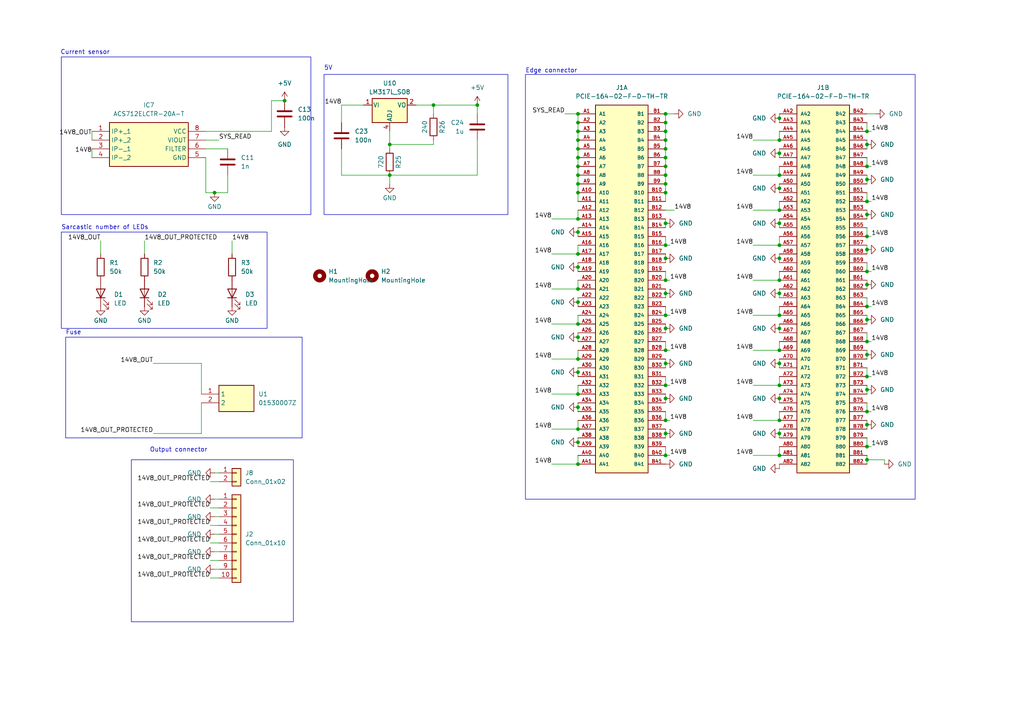
<source format=kicad_sch>
(kicad_sch (version 20250114) (generator "eeschema") (generator_version "9.0")
  (paper "A4")
  (rectangle (start 17.78 16.51) (end 90.17 62.23))
  (rectangle (start 38.1 133.35) (end 85.09 180.34))
  (rectangle (start 152.4 21.59) (end 265.43 144.78))
  (rectangle (start 19.05 97.79) (end 87.63 127))
  (rectangle (start 93.98 21.59) (end 147.32 62.23))
  (rectangle (start 17.78 67.31) (end 77.47 95.25))
  (text "5V" (at 93.98 19.812 0) (effects (font (size 1.27 1.27)) (justify left)))
  (text "Output connector\n" (at 43.434 130.556 0) (effects (font (size 1.27 1.27)) (justify left)))
  (text "Sarcastic number of LEDs" (at 17.78 66.04 0) (effects (font (size 1.27 1.27)) (justify left)))
  (text "Edge connector" (at 152.4 20.574 0) (effects (font (size 1.27 1.27)) (justify left)))
  (text "Current sensor" (at 17.526 15.24 0) (effects (font (size 1.27 1.27)) (justify left)))
  (text "Fuse\n" (at 19.05 96.52 0) (effects (font (size 1.27 1.27)) (justify left)))
  (junction (at 193.04 95.25))
  (junction (at 251.46 133.35))
  (junction (at 251.46 92.71))
  (junction (at 167.64 43.18))
  (junction (at 193.04 91.44))
  (junction (at 167.64 63.5))
  (junction (at 193.04 45.72))
  (junction (at 193.04 125.73))
  (junction (at 226.06 81.28))
  (junction (at 167.64 48.26))
  (junction (at 226.06 85.09))
  (junction (at 193.04 81.28))
  (junction (at 251.46 82.55))
  (junction (at 251.46 119.38))
  (junction (at 251.46 62.23))
  (junction (at 226.06 125.73))
  (junction (at 226.06 44.45))
  (junction (at 226.06 60.96))
  (junction (at 167.64 87.63))
  (junction (at 193.04 115.57))
  (junction (at 226.06 64.77))
  (junction (at 251.46 102.87))
  (junction (at 251.46 123.19))
  (junction (at 226.06 74.93))
  (junction (at 251.46 78.74))
  (junction (at 226.06 91.44))
  (junction (at 226.06 115.57))
  (junction (at 193.04 64.77))
  (junction (at 167.64 73.66))
  (junction (at 193.04 132.08))
  (junction (at 226.06 111.76))
  (junction (at 193.04 48.26))
  (junction (at 167.64 33.02))
  (junction (at 138.43 30.48))
  (junction (at 167.64 77.47))
  (junction (at 167.64 83.82))
  (junction (at 251.46 109.22))
  (junction (at 193.04 74.93))
  (junction (at 167.64 104.14))
  (junction (at 193.04 121.92))
  (junction (at 193.04 33.02))
  (junction (at 167.64 128.27))
  (junction (at 167.64 45.72))
  (junction (at 193.04 38.1))
  (junction (at 193.04 43.18))
  (junction (at 167.64 50.8))
  (junction (at 251.46 38.1))
  (junction (at 251.46 58.42))
  (junction (at 193.04 71.12))
  (junction (at 167.64 35.56))
  (junction (at 226.06 132.08))
  (junction (at 193.04 85.09))
  (junction (at 251.46 48.26))
  (junction (at 193.04 53.34))
  (junction (at 125.73 30.48))
  (junction (at 193.04 101.6))
  (junction (at 82.55 29.21))
  (junction (at 167.64 118.11))
  (junction (at 226.06 34.29))
  (junction (at 193.04 55.88))
  (junction (at 167.64 67.31))
  (junction (at 251.46 113.03))
  (junction (at 167.64 97.79))
  (junction (at 226.06 95.25))
  (junction (at 251.46 72.39))
  (junction (at 113.03 41.91))
  (junction (at 167.64 53.34))
  (junction (at 113.03 50.8))
  (junction (at 193.04 40.64))
  (junction (at 226.06 121.92))
  (junction (at 167.64 124.46))
  (junction (at 167.64 40.64))
  (junction (at 251.46 52.07))
  (junction (at 167.64 55.88))
  (junction (at 62.23 55.88))
  (junction (at 226.06 54.61))
  (junction (at 251.46 129.54))
  (junction (at 251.46 41.91))
  (junction (at 193.04 105.41))
  (junction (at 193.04 111.76))
  (junction (at 167.64 134.62))
  (junction (at 167.64 38.1))
  (junction (at 167.64 107.95))
  (junction (at 226.06 71.12))
  (junction (at 226.06 105.41))
  (junction (at 193.04 50.8))
  (junction (at 226.06 50.8))
  (junction (at 167.64 114.3))
  (junction (at 251.46 99.06))
  (junction (at 251.46 68.58))
  (junction (at 193.04 35.56))
  (junction (at 251.46 88.9))
  (junction (at 226.06 40.64))
  (junction (at 167.64 93.98))
  (junction (at 226.06 101.6))
  (wire (pts (xy 167.64 107.95) (xy 167.64 109.22)))
  (wire (pts (xy 226.06 53.34) (xy 226.06 54.61)))
  (wire (pts (xy 167.64 111.76) (xy 167.64 114.3)))
  (wire (pts (xy 251.46 101.6) (xy 251.46 102.87)))
  (wire (pts (xy 193.04 74.93) (xy 193.04 76.2)))
  (wire (pts (xy 251.46 76.2) (xy 251.46 78.74)))
  (wire (pts (xy 193.04 33.02) (xy 195.58 33.02)))
  (wire (pts (xy 167.64 86.36) (xy 167.64 87.63)))
  (wire (pts (xy 193.04 55.88) (xy 193.04 58.42)))
  (wire (pts (xy 167.64 91.44) (xy 167.64 93.98)))
  (wire (pts (xy 105.41 30.48) (xy 99.06 30.48)))
  (wire (pts (xy 193.04 38.1) (xy 193.04 40.64)))
  (wire (pts (xy 226.06 105.41) (xy 226.06 106.68)))
  (wire (pts (xy 167.64 43.18) (xy 167.64 40.64)))
  (wire (pts (xy 251.46 96.52) (xy 251.46 99.06)))
  (wire (pts (xy 193.04 50.8) (xy 193.04 53.34)))
  (wire (pts (xy 251.46 33.02) (xy 254 33.02)))
  (wire (pts (xy 226.06 73.66) (xy 226.06 74.93)))
  (wire (pts (xy 125.73 41.91) (xy 113.03 41.91)))
  (wire (pts (xy 193.04 33.02) (xy 193.04 35.56)))
  (wire (pts (xy 226.06 68.58) (xy 226.06 71.12)))
  (wire (pts (xy 193.04 88.9) (xy 193.04 91.44)))
  (wire (pts (xy 41.91 69.85) (xy 41.91 73.66)))
  (wire (pts (xy 226.06 95.25) (xy 226.06 96.52)))
  (wire (pts (xy 226.06 129.54) (xy 226.06 132.08)))
  (wire (pts (xy 99.06 30.48) (xy 99.06 35.56)))
  (wire (pts (xy 226.06 115.57) (xy 226.06 116.84)))
  (wire (pts (xy 226.06 88.9) (xy 226.06 91.44)))
  (wire (pts (xy 193.04 40.64) (xy 193.04 43.18)))
  (wire (pts (xy 59.69 45.72) (xy 59.69 55.88)))
  (wire (pts (xy 252.73 129.54) (xy 251.46 129.54)))
  (wire (pts (xy 167.64 118.11) (xy 167.64 119.38)))
  (wire (pts (xy 160.02 134.62) (xy 167.64 134.62)))
  (wire (pts (xy 167.64 116.84) (xy 167.64 118.11)))
  (wire (pts (xy 193.04 125.73) (xy 193.04 127)))
  (wire (pts (xy 160.02 124.46) (xy 167.64 124.46)))
  (wire (pts (xy 226.06 74.93) (xy 226.06 76.2)))
  (wire (pts (xy 160.02 104.14) (xy 167.64 104.14)))
  (wire (pts (xy 167.64 58.42) (xy 167.64 55.88)))
  (wire (pts (xy 251.46 81.28) (xy 251.46 82.55)))
  (wire (pts (xy 218.44 132.08) (xy 226.06 132.08)))
  (wire (pts (xy 78.74 29.21) (xy 78.74 38.1)))
  (wire (pts (xy 62.23 149.86) (xy 63.5 149.86)))
  (wire (pts (xy 160.02 73.66) (xy 167.64 73.66)))
  (wire (pts (xy 113.03 50.8) (xy 113.03 53.34)))
  (wire (pts (xy 193.04 129.54) (xy 193.04 132.08)))
  (wire (pts (xy 251.46 71.12) (xy 251.46 72.39)))
  (wire (pts (xy 62.23 160.02) (xy 63.5 160.02)))
  (wire (pts (xy 251.46 121.92) (xy 251.46 123.19)))
  (wire (pts (xy 226.06 104.14) (xy 226.06 105.41)))
  (wire (pts (xy 193.04 53.34) (xy 193.04 55.88)))
  (wire (pts (xy 226.06 134.62) (xy 226.06 135.89)))
  (wire (pts (xy 167.64 60.96) (xy 167.64 63.5)))
  (wire (pts (xy 167.64 97.79) (xy 167.64 99.06)))
  (wire (pts (xy 226.06 33.02) (xy 226.06 34.29)))
  (wire (pts (xy 251.46 52.07) (xy 251.46 53.34)))
  (wire (pts (xy 251.46 35.56) (xy 251.46 38.1)))
  (wire (pts (xy 194.31 71.12) (xy 193.04 71.12)))
  (wire (pts (xy 251.46 86.36) (xy 251.46 88.9)))
  (wire (pts (xy 193.04 35.56) (xy 193.04 38.1)))
  (wire (pts (xy 167.64 38.1) (xy 167.64 35.56)))
  (wire (pts (xy 62.23 55.88) (xy 66.04 55.88)))
  (wire (pts (xy 251.46 133.35) (xy 251.46 134.62)))
  (wire (pts (xy 251.46 123.19) (xy 251.46 124.46)))
  (wire (pts (xy 193.04 83.82) (xy 193.04 85.09)))
  (wire (pts (xy 251.46 102.87) (xy 251.46 104.14)))
  (wire (pts (xy 193.04 63.5) (xy 193.04 64.77)))
  (wire (pts (xy 193.04 73.66) (xy 193.04 74.93)))
  (wire (pts (xy 194.31 132.08) (xy 193.04 132.08)))
  (wire (pts (xy 226.06 124.46) (xy 226.06 125.73)))
  (wire (pts (xy 120.65 30.48) (xy 125.73 30.48)))
  (wire (pts (xy 99.06 43.18) (xy 99.06 50.8)))
  (wire (pts (xy 160.02 114.3) (xy 167.64 114.3)))
  (wire (pts (xy 167.64 66.04) (xy 167.64 67.31)))
  (wire (pts (xy 160.02 93.98) (xy 167.64 93.98)))
  (wire (pts (xy 167.64 132.08) (xy 167.64 134.62)))
  (wire (pts (xy 218.44 91.44) (xy 226.06 91.44)))
  (wire (pts (xy 113.03 41.91) (xy 113.03 43.18)))
  (wire (pts (xy 226.06 48.26) (xy 226.06 50.8)))
  (wire (pts (xy 252.73 99.06) (xy 251.46 99.06)))
  (wire (pts (xy 62.23 165.1) (xy 63.5 165.1)))
  (wire (pts (xy 218.44 101.6) (xy 226.06 101.6)))
  (wire (pts (xy 252.73 58.42) (xy 251.46 58.42)))
  (wire (pts (xy 251.46 113.03) (xy 251.46 114.3)))
  (wire (pts (xy 62.23 144.78) (xy 63.5 144.78)))
  (wire (pts (xy 251.46 106.68) (xy 251.46 109.22)))
  (wire (pts (xy 193.04 114.3) (xy 193.04 115.57)))
  (wire (pts (xy 167.64 50.8) (xy 167.64 48.26)))
  (wire (pts (xy 251.46 55.88) (xy 251.46 58.42)))
  (wire (pts (xy 138.43 40.64) (xy 138.43 50.8)))
  (wire (pts (xy 67.31 69.85) (xy 67.31 73.66)))
  (wire (pts (xy 226.06 38.1) (xy 226.06 40.64)))
  (wire (pts (xy 251.46 50.8) (xy 251.46 52.07)))
  (wire (pts (xy 251.46 116.84) (xy 251.46 119.38)))
  (wire (pts (xy 163.83 33.02) (xy 167.64 33.02)))
  (wire (pts (xy 218.44 111.76) (xy 226.06 111.76)))
  (wire (pts (xy 193.04 95.25) (xy 193.04 96.52)))
  (wire (pts (xy 226.06 119.38) (xy 226.06 121.92)))
  (wire (pts (xy 226.06 43.18) (xy 226.06 44.45)))
  (wire (pts (xy 167.64 106.68) (xy 167.64 107.95)))
  (wire (pts (xy 251.46 60.96) (xy 251.46 62.23)))
  (wire (pts (xy 62.23 55.88) (xy 59.69 55.88)))
  (wire (pts (xy 226.06 64.77) (xy 226.06 66.04)))
  (wire (pts (xy 226.06 125.73) (xy 226.06 127)))
  (wire (pts (xy 194.31 121.92) (xy 193.04 121.92)))
  (wire (pts (xy 167.64 101.6) (xy 167.64 104.14)))
  (wire (pts (xy 125.73 30.48) (xy 125.73 33.02)))
  (wire (pts (xy 251.46 40.64) (xy 251.46 41.91)))
  (wire (pts (xy 44.45 105.41) (xy 58.42 105.41)))
  (wire (pts (xy 193.04 78.74) (xy 193.04 81.28)))
  (wire (pts (xy 252.73 38.1) (xy 251.46 38.1)))
  (wire (pts (xy 26.67 43.18) (xy 26.67 45.72)))
  (wire (pts (xy 226.06 109.22) (xy 226.06 111.76)))
  (wire (pts (xy 226.06 78.74) (xy 226.06 81.28)))
  (wire (pts (xy 195.58 60.96) (xy 193.04 60.96)))
  (wire (pts (xy 226.06 93.98) (xy 226.06 95.25)))
  (wire (pts (xy 251.46 127) (xy 251.46 129.54)))
  (wire (pts (xy 226.06 63.5) (xy 226.06 64.77)))
  (wire (pts (xy 194.31 111.76) (xy 193.04 111.76)))
  (wire (pts (xy 60.96 152.4) (xy 63.5 152.4)))
  (wire (pts (xy 99.06 50.8) (xy 113.03 50.8)))
  (wire (pts (xy 226.06 85.09) (xy 226.06 86.36)))
  (wire (pts (xy 251.46 62.23) (xy 251.46 63.5)))
  (wire (pts (xy 167.64 127) (xy 167.64 128.27)))
  (wire (pts (xy 167.64 40.64) (xy 167.64 38.1)))
  (wire (pts (xy 167.64 81.28) (xy 167.64 83.82)))
  (wire (pts (xy 251.46 111.76) (xy 251.46 113.03)))
  (wire (pts (xy 194.31 81.28) (xy 193.04 81.28)))
  (wire (pts (xy 251.46 82.55) (xy 251.46 83.82)))
  (wire (pts (xy 58.42 105.41) (xy 58.42 114.3)))
  (wire (pts (xy 193.04 124.46) (xy 193.04 125.73)))
  (wire (pts (xy 60.96 157.48) (xy 63.5 157.48)))
  (wire (pts (xy 167.64 77.47) (xy 167.64 78.74)))
  (wire (pts (xy 78.74 38.1) (xy 59.69 38.1)))
  (wire (pts (xy 167.64 53.34) (xy 167.64 50.8)))
  (wire (pts (xy 44.45 125.73) (xy 58.42 125.73)))
  (wire (pts (xy 160.02 83.82) (xy 167.64 83.82)))
  (wire (pts (xy 218.44 71.12) (xy 226.06 71.12)))
  (wire (pts (xy 193.04 85.09) (xy 193.04 86.36)))
  (wire (pts (xy 256.54 133.35) (xy 251.46 133.35)))
  (wire (pts (xy 251.46 91.44) (xy 251.46 92.71)))
  (wire (pts (xy 218.44 60.96) (xy 226.06 60.96)))
  (wire (pts (xy 193.04 99.06) (xy 193.04 101.6)))
  (wire (pts (xy 60.96 147.32) (xy 63.5 147.32)))
  (wire (pts (xy 193.04 101.6) (xy 194.31 101.6)))
  (wire (pts (xy 193.04 48.26) (xy 193.04 50.8)))
  (wire (pts (xy 218.44 121.92) (xy 226.06 121.92)))
  (wire (pts (xy 226.06 44.45) (xy 226.06 45.72)))
  (wire (pts (xy 60.96 162.56) (xy 63.5 162.56)))
  (wire (pts (xy 193.04 43.18) (xy 193.04 45.72)))
  (wire (pts (xy 193.04 109.22) (xy 193.04 111.76)))
  (wire (pts (xy 26.67 38.1) (xy 26.67 40.64)))
  (wire (pts (xy 66.04 55.88) (xy 66.04 50.8)))
  (wire (pts (xy 193.04 115.57) (xy 193.04 116.84)))
  (wire (pts (xy 167.64 76.2) (xy 167.64 77.47)))
  (wire (pts (xy 226.06 58.42) (xy 226.06 60.96)))
  (wire (pts (xy 226.06 54.61) (xy 226.06 55.88)))
  (wire (pts (xy 218.44 40.64) (xy 226.06 40.64)))
  (wire (pts (xy 252.73 48.26) (xy 251.46 48.26)))
  (wire (pts (xy 62.23 154.94) (xy 63.5 154.94)))
  (wire (pts (xy 167.64 71.12) (xy 167.64 73.66)))
  (wire (pts (xy 125.73 30.48) (xy 138.43 30.48)))
  (wire (pts (xy 252.73 88.9) (xy 251.46 88.9)))
  (wire (pts (xy 167.64 121.92) (xy 167.64 124.46)))
  (wire (pts (xy 167.64 45.72) (xy 167.64 43.18)))
  (wire (pts (xy 193.04 45.72) (xy 193.04 48.26)))
  (wire (pts (xy 138.43 50.8) (xy 113.03 50.8)))
  (wire (pts (xy 251.46 66.04) (xy 251.46 68.58)))
  (wire (pts (xy 251.46 92.71) (xy 251.46 93.98)))
  (wire (pts (xy 252.73 68.58) (xy 251.46 68.58)))
  (wire (pts (xy 218.44 81.28) (xy 226.06 81.28)))
  (wire (pts (xy 62.23 137.16) (xy 63.5 137.16)))
  (wire (pts (xy 251.46 45.72) (xy 251.46 48.26)))
  (wire (pts (xy 252.73 119.38) (xy 251.46 119.38)))
  (wire (pts (xy 193.04 119.38) (xy 193.04 121.92)))
  (wire (pts (xy 193.04 64.77) (xy 193.04 66.04)))
  (wire (pts (xy 113.03 38.1) (xy 113.03 41.91)))
  (wire (pts (xy 78.74 29.21) (xy 82.55 29.21)))
  (wire (pts (xy 29.21 69.85) (xy 29.21 73.66)))
  (wire (pts (xy 167.64 96.52) (xy 167.64 97.79)))
  (wire (pts (xy 226.06 83.82) (xy 226.06 85.09)))
  (wire (pts (xy 167.64 67.31) (xy 167.64 68.58)))
  (wire (pts (xy 58.42 116.84) (xy 58.42 125.73)))
  (wire (pts (xy 251.46 132.08) (xy 251.46 133.35)))
  (wire (pts (xy 167.64 48.26) (xy 167.64 45.72)))
  (wire (pts (xy 167.64 55.88) (xy 167.64 53.34)))
  (wire (pts (xy 226.06 114.3) (xy 226.06 115.57)))
  (wire (pts (xy 167.64 87.63) (xy 167.64 88.9)))
  (wire (pts (xy 59.69 43.18) (xy 66.04 43.18)))
  (wire (pts (xy 251.46 41.91) (xy 251.46 43.18)))
  (wire (pts (xy 193.04 105.41) (xy 193.04 106.68)))
  (wire (pts (xy 60.96 167.64) (xy 63.5 167.64)))
  (wire (pts (xy 193.04 68.58) (xy 193.04 71.12)))
  (wire (pts (xy 59.69 40.64) (xy 63.5 40.64)))
  (wire (pts (xy 226.06 99.06) (xy 226.06 101.6)))
  (wire (pts (xy 167.64 35.56) (xy 167.64 33.02)))
  (wire (pts (xy 256.54 133.35) (xy 256.54 134.62)))
  (wire (pts (xy 160.02 63.5) (xy 167.64 63.5)))
  (wire (pts (xy 193.04 93.98) (xy 193.04 95.25)))
  (wire (pts (xy 251.46 72.39) (xy 251.46 73.66)))
  (wire (pts (xy 193.04 104.14) (xy 193.04 105.41)))
  (wire (pts (xy 125.73 40.64) (xy 125.73 41.91)))
  (wire (pts (xy 226.06 34.29) (xy 226.06 35.56)))
  (wire (pts (xy 138.43 30.48) (xy 138.43 33.02)))
  (wire (pts (xy 252.73 78.74) (xy 251.46 78.74)))
  (wire (pts (xy 60.96 139.7) (xy 63.5 139.7)))
  (wire (pts (xy 218.44 50.8) (xy 226.06 50.8)))
  (wire (pts (xy 167.64 128.27) (xy 167.64 129.54)))
  (wire (pts (xy 252.73 109.22) (xy 251.46 109.22)))
  (wire (pts (xy 194.31 91.44) (xy 193.04 91.44)))
  (label "14V8_OUT" (at 26.67 39.37 180))
  (label "14V8" (at 252.73 48.26 0))
  (label "14V8_OUT" (at 29.21 69.85 180))
  (label "14V8" (at 218.44 40.64 180))
  (label "14V8" (at 160.02 124.46 180))
  (label "14V8" (at 218.44 60.96 180))
  (label "14V8" (at 194.31 81.28 0))
  (label "14V8" (at 218.44 101.6 180))
  (label "14V8" (at 194.31 132.08 0))
  (label "14V8_OUT_PROTECTED" (at 41.91 69.85 0))
  (label "14V8" (at 252.73 99.06 0))
  (label "14V8" (at 160.02 73.66 180))
  (label "14V8" (at 252.73 68.58 0))
  (label "SYS_READ" (at 63.5 40.64 0))
  (label "14V8" (at 252.73 78.74 0))
  (label "14V8" (at 252.73 38.1 0))
  (label "14V8_OUT_PROTECTED" (at 60.96 152.4 180))
  (label "14V8" (at 252.73 58.42 0))
  (label "14V8" (at 218.44 81.28 180))
  (label "14V8" (at 99.06 30.48 180))
  (label "14V8" (at 252.73 109.22 0))
  (label "14V8" (at 218.44 91.44 180))
  (label "14V8" (at 195.58 60.96 0))
  (label "14V8" (at 218.44 111.76 180))
  (label "14V8" (at 194.31 101.6 0))
  (label "14V8_OUT" (at 44.45 105.41 180))
  (label "14V8" (at 194.31 91.44 0))
  (label "14V8_OUT_PROTECTED" (at 60.96 139.7 180))
  (label "14V8" (at 160.02 63.5 180))
  (label "14V8" (at 218.44 50.8 180))
  (label "14V8" (at 194.31 111.76 0))
  (label "14V8" (at 160.02 114.3 180))
  (label "14V8_OUT_PROTECTED" (at 60.96 167.64 180))
  (label "14V8" (at 160.02 83.82 180))
  (label "14V8" (at 67.31 69.85 0))
  (label "SYS_READ" (at 163.83 33.02 180))
  (label "14V8" (at 218.44 121.92 180))
  (label "14V8" (at 252.73 88.9 0))
  (label "14V8" (at 160.02 134.62 180))
  (label "14V8" (at 218.44 71.12 180))
  (label "14V8_OUT_PROTECTED" (at 60.96 147.32 180))
  (label "14V8_OUT_PROTECTED" (at 44.45 125.73 180))
  (label "14V8" (at 194.31 71.12 0))
  (label "14V8" (at 160.02 104.14 180))
  (label "14V8" (at 160.02 93.98 180))
  (label "14V8" (at 218.44 132.08 180))
  (label "14V8_OUT_PROTECTED" (at 60.96 162.56 180))
  (label "14V8" (at 252.73 119.38 0))
  (label "14V8" (at 26.67 44.45 180))
  (label "14V8" (at 194.31 121.92 0))
  (label "14V8" (at 252.73 129.54 0))
  (label "14V8_OUT_PROTECTED" (at 60.96 157.48 180))
  (symbol (lib_id "power:GND") (at 193.04 95.25 90) (mirror x) (unit 1)
    (property "Reference" "#PWR0126" (effects (hide yes)))
    (property "Value" "GND" (at 196.85 95.2499 90) (effects (justify right)))
    (property "Description" "Power symbol creates a global label with name \"GND\" , ground" (effects (hide yes)))
  )
  (symbol (lib_id "power:GND") (at 226.06 64.77 270) (unit 1)
    (property "Reference" "#PWR090" (effects (hide yes)))
    (property "Value" "GND" (at 222.25 64.7699 90) (effects (justify right)))
    (property "Description" "Power symbol creates a global label with name \"GND\" , ground" (effects (hide yes)))
  )
  (symbol (lib_id "PCIE:PCIE-164-02-F-D-TH-TR") (at 180.34 83.82 0) (unit 1)
    (property "Reference" "J1" (at 180.34 25.4 0))
    (property "Value" "PCIE-164-02-F-D-TH-TR" (at 180.34 27.94 0))
    (property "Footprint" "Connector_PCBEdge:BUS_PCIexpress_x16" (effects (hide yes)))
    (property "MF" "Samtec" (effects (hide yes)))
    (property "MAXIMUM_PACKAGE_HEIGHT" "11 mm" (effects (hide yes)))
    (property "Package" "None" (effects (hide yes)))
    (property "Price" "None" (effects (hide yes)))
    (property "Check_prices" "https://www.snapeda.com/parts/PCIE-164-02-F-D-TH-TR/Samtec/view-part/?ref=eda" (effects (hide yes)))
    (property "STANDARD" "Manufacturer Recommendations" (effects (hide yes)))
    (property "PARTREV" "Y" (effects (hide yes)))
    (property "SnapEDA_Link" "https://www.snapeda.com/parts/PCIE-164-02-F-D-TH-TR/Samtec/view-part/?ref=snap" (effects (hide yes)))
    (property "MP" "PCIE-164-02-F-D-TH-TR" (effects (hide yes)))
    (property "Description_1" "1.00 mm PCI Express® Gen 3 Edge Card Connector" (effects (hide yes)))
    (property "Availability" "Not in stock" (effects (hide yes)))
    (property "MANUFACTURER" "Samtec" (effects (hide yes)))
  )
  (symbol (lib_id "power:GND") (at 251.46 113.03 90) (mirror x) (unit 1)
    (property "Reference" "#PWR0192" (effects (hide yes)))
    (property "Value" "GND" (at 255.27 113.0299 90) (effects (justify right)))
    (property "Description" "Power symbol creates a global label with name \"GND\" , ground" (effects (hide yes)))
  )
  (symbol (lib_id "power:GND") (at 41.91 88.9 0) (unit 1)
    (property "Reference" "#PWR043" (effects (hide yes)))
    (property "Value" "GND" (at 41.91 92.964 0))
    (property "Description" "Power symbol creates a global label with name \"GND\" , ground" (effects (hide yes)))
  )
  (symbol (lib_id "Device:R") (at 29.21 77.47 0) (unit 1)
    (property "Reference" "R1" (at 31.75 76.1999 0) (effects (justify left)))
    (property "Value" "50k" (at 31.75 78.7399 0) (effects (justify left)))
    (property "Footprint" "Resistor_SMD:R_0805_2012Metric" (effects (hide yes)))
    (property "Description" "Resistor" (effects (hide yes)))
  )
  (symbol (lib_id "power:+5V") (at 138.43 30.48 0) (unit 1)
    (property "Reference" "#PWR046" (effects (hide yes)))
    (property "Value" "+5V" (at 138.43 25.4 0))
    (property "Description" "Power symbol creates a global label with name \"+5V\"" (effects (hide yes)))
  )
  (symbol (lib_id "power:GND") (at 167.64 97.79 270) (unit 1)
    (property "Reference" "#PWR02" (effects (hide yes)))
    (property "Value" "GND" (at 163.83 97.7899 90) (effects (justify right)))
    (property "Description" "Power symbol creates a global label with name \"GND\" , ground" (effects (hide yes)))
  )
  (symbol (lib_id "power:GND") (at 193.04 134.62 90) (mirror x) (unit 1)
    (property "Reference" "#PWR0142" (effects (hide yes)))
    (property "Value" "GND" (at 196.85 134.6199 90) (effects (justify right)))
    (property "Description" "Power symbol creates a global label with name \"GND\" , ground" (effects (hide yes)))
  )
  (symbol (lib_id "power:GND") (at 62.23 55.88 0) (unit 1)
    (property "Reference" "#PWR039" (effects (hide yes)))
    (property "Value" "GND" (at 62.23 59.944 0))
    (property "Description" "Power symbol creates a global label with name \"GND\" , ground" (effects (hide yes)))
  )
  (symbol (lib_id "Device:LED") (at 67.31 85.09 90) (unit 1)
    (property "Reference" "D3" (at 71.12 85.4074 90) (effects (justify right)))
    (property "Value" "LED" (at 71.12 87.9474 90) (effects (justify right)))
    (property "Footprint" "Diode_SMD:D_0805_2012Metric" (effects (hide yes)))
    (property "Description" "Light emitting diode" (effects (hide yes)))
    (property "Sim.Pins" "1=K 2=A" (effects (hide yes)))
  )
  (symbol (lib_id "Device:R") (at 113.03 46.99 180) (unit 1)
    (property "Reference" "R25" (at 115.57 46.99 90))
    (property "Value" "720" (at 110.49 46.99 90))
    (property "Footprint" "Resistor_SMD:R_0805_2012Metric" (effects (hide yes)))
    (property "Description" "Resistor" (effects (hide yes)))
  )
  (symbol (lib_id "power:GND") (at 82.55 36.83 0) (unit 1)
    (property "Reference" "#PWR042" (effects (hide yes)))
    (property "Value" "GND" (at 82.55 41.91 0))
    (property "Description" "Power symbol creates a global label with name \"GND\" , ground" (effects (hide yes)))
  )
  (symbol (lib_id "Device:R") (at 67.31 77.47 0) (unit 1)
    (property "Reference" "R3" (at 69.85 76.1999 0) (effects (justify left)))
    (property "Value" "50k" (at 69.85 78.7399 0) (effects (justify left)))
    (property "Footprint" "Resistor_SMD:R_0805_2012Metric" (effects (hide yes)))
    (property "Description" "Resistor" (effects (hide yes)))
  )
  (symbol (lib_id "Device:C") (at 99.06 39.37 0) (mirror y) (unit 1)
    (property "Reference" "C23" (at 102.87 38.0999 0) (effects (justify right)))
    (property "Value" "100n" (at 102.87 40.6399 0) (effects (justify right)))
    (property "Footprint" "Capacitor_SMD:C_0805_2012Metric" (effects (hide yes)))
    (property "Description" "Unpolarized capacitor" (effects (hide yes)))
  )
  (symbol (lib_id "power:GND") (at 251.46 62.23 90) (mirror x) (unit 1)
    (property "Reference" "#PWR0187" (effects (hide yes)))
    (property "Value" "GND" (at 255.27 62.2299 90) (effects (justify right)))
    (property "Description" "Power symbol creates a global label with name \"GND\" , ground" (effects (hide yes)))
  )
  (symbol (lib_id "power:GND") (at 193.04 64.77 90) (mirror x) (unit 1)
    (property "Reference" "#PWR0146" (effects (hide yes)))
    (property "Value" "GND" (at 196.85 64.7699 90) (effects (justify right)))
    (property "Description" "Power symbol creates a global label with name \"GND\" , ground" (effects (hide yes)))
  )
  (symbol (lib_id "power:GND") (at 256.54 134.62 90) (mirror x) (unit 1)
    (property "Reference" "#PWR0172" (effects (hide yes)))
    (property "Value" "GND" (at 260.35 134.6199 90) (effects (justify right)))
    (property "Description" "Power symbol creates a global label with name \"GND\" , ground" (effects (hide yes)))
  )
  (symbol (lib_id "power:GND") (at 226.06 44.45 270) (unit 1)
    (property "Reference" "#PWR088" (effects (hide yes)))
    (property "Value" "GND" (at 222.25 44.4499 90) (effects (justify right)))
    (property "Description" "Power symbol creates a global label with name \"GND\" , ground" (effects (hide yes)))
  )
  (symbol (lib_id "Connector_Generic:Conn_01x02") (at 68.58 137.16 0) (unit 1)
    (property "Reference" "J8" (at 71.12 137.1599 0) (effects (justify left)))
    (property "Value" "Conn_01x02" (at 71.12 139.6999 0) (effects (justify left)))
    (property "Footprint" "Connector_AMASS:AMASS_XT60PW-F_1x02_P7.20mm_Horizontal" (effects (hide yes)))
    (property "Description" "Generic connector, single row, 01x02, script generated (kicad-library-utils/schlib/autogen/connector/)" (effects (hide yes)))
  )
  (symbol (lib_id "Device:R") (at 125.73 36.83 180) (unit 1)
    (property "Reference" "R26" (at 128.27 36.83 90))
    (property "Value" "240" (at 123.19 36.83 90))
    (property "Footprint" "Resistor_SMD:R_0805_2012Metric" (effects (hide yes)))
    (property "Description" "Resistor" (effects (hide yes)))
  )
  (symbol (lib_id "power:GND") (at 226.06 34.29 270) (unit 1)
    (property "Reference" "#PWR0104" (effects (hide yes)))
    (property "Value" "GND" (at 222.25 34.2899 90) (effects (justify right)))
    (property "Description" "Power symbol creates a global label with name \"GND\" , ground" (effects (hide yes)))
  )
  (symbol (lib_id "power:GND") (at 226.06 105.41 270) (unit 1)
    (property "Reference" "#PWR094" (effects (hide yes)))
    (property "Value" "GND" (at 222.25 105.4099 90) (effects (justify right)))
    (property "Description" "Power symbol creates a global label with name \"GND\" , ground" (effects (hide yes)))
  )
  (symbol (lib_id "power:GND") (at 62.23 137.16 270) (unit 1)
    (property "Reference" "#PWR010" (effects (hide yes)))
    (property "Value" "GND" (at 58.42 137.1599 90) (effects (justify right)))
    (property "Description" "Power symbol creates a global label with name \"GND\" , ground" (effects (hide yes)))
  )
  (symbol (lib_id "Device:C") (at 66.04 46.99 0) (unit 1)
    (property "Reference" "C11" (at 69.85 45.7199 0) (effects (justify left)))
    (property "Value" "1n" (at 69.85 48.2599 0) (effects (justify left)))
    (property "Footprint" "Capacitor_SMD:C_0805_2012Metric" (effects (hide yes)))
    (property "Description" "Unpolarized capacitor" (effects (hide yes)))
  )
  (symbol (lib_id "power:GND") (at 251.46 52.07 90) (mirror x) (unit 1)
    (property "Reference" "#PWR0186" (effects (hide yes)))
    (property "Value" "GND" (at 255.27 52.0699 90) (effects (justify right)))
    (property "Description" "Power symbol creates a global label with name \"GND\" , ground" (effects (hide yes)))
  )
  (symbol (lib_id "Regulator_Linear:LM317L_SO8") (at 113.03 30.48 0) (unit 1)
    (property "Reference" "U10" (at 113.03 24.13 0))
    (property "Value" "LM317L_SO8" (at 113.03 26.67 0))
    (property "Footprint" "Package_SO:SOIC-8_3.9x4.9mm_P1.27mm" (effects (hide yes)))
    (property "Datasheet" "http://www.ti.com/lit/ds/snvs775k/snvs775k.pdf" (effects (hide yes)))
    (property "Description" "100mA 35V Adjustable Linear Regulator, SO-8" (effects (hide yes)))
  )
  (symbol (lib_id "power:GND") (at 62.23 154.94 270) (unit 1)
    (property "Reference" "#PWR054" (effects (hide yes)))
    (property "Value" "GND" (at 58.42 154.9399 90) (effects (justify right)))
    (property "Description" "Power symbol creates a global label with name \"GND\" , ground" (effects (hide yes)))
  )
  (symbol (lib_id "power:GND") (at 251.46 72.39 90) (mirror x) (unit 1)
    (property "Reference" "#PWR0188" (effects (hide yes)))
    (property "Value" "GND" (at 255.27 72.3899 90) (effects (justify right)))
    (property "Description" "Power symbol creates a global label with name \"GND\" , ground" (effects (hide yes)))
  )
  (symbol (lib_id "power:GND") (at 167.64 87.63 270) (unit 1)
    (property "Reference" "#PWR01" (effects (hide yes)))
    (property "Value" "GND" (at 163.83 87.6299 90) (effects (justify right)))
    (property "Description" "Power symbol creates a global label with name \"GND\" , ground" (effects (hide yes)))
  )
  (symbol (lib_id "power:GND") (at 167.64 118.11 270) (unit 1)
    (property "Reference" "#PWR074" (effects (hide yes)))
    (property "Value" "GND" (at 163.83 118.1099 90) (effects (justify right)))
    (property "Description" "Power symbol creates a global label with name \"GND\" , ground" (effects (hide yes)))
  )
  (symbol (lib_id "power:GND") (at 193.04 74.93 90) (mirror x) (unit 1)
    (property "Reference" "#PWR086" (effects (hide yes)))
    (property "Value" "GND" (at 196.85 74.9299 90) (effects (justify right)))
    (property "Description" "Power symbol creates a global label with name \"GND\" , ground" (effects (hide yes)))
  )
  (symbol (lib_id "power:GND") (at 113.03 53.34 0) (unit 1)
    (property "Reference" "#PWR045" (effects (hide yes)))
    (property "Value" "GND" (at 113.03 57.404 0))
    (property "Description" "Power symbol creates a global label with name \"GND\" , ground" (effects (hide yes)))
  )
  (symbol (lib_id "power:GND") (at 193.04 105.41 90) (mirror x) (unit 1)
    (property "Reference" "#PWR0130" (effects (hide yes)))
    (property "Value" "GND" (at 196.85 105.4099 90) (effects (justify right)))
    (property "Description" "Power symbol creates a global label with name \"GND\" , ground" (effects (hide yes)))
  )
  (symbol (lib_id "Connector_Generic:Conn_01x10") (at 68.58 154.94 0) (unit 1)
    (property "Reference" "J2" (at 71.12 154.9399 0) (effects (justify left)))
    (property "Value" "Conn_01x10" (at 71.12 157.4799 0) (effects (justify left)))
    (property "Footprint" "TerminalBlock:TerminalBlock_MaiXu_MX126-5.0-10P_1x10_P5.00mm" (effects (hide yes)))
    (property "Description" "Generic connector, single row, 01x10, script generated (kicad-library-utils/schlib/autogen/connector/)" (effects (hide yes)))
  )
  (symbol (lib_id "power:GND") (at 251.46 82.55 90) (mirror x) (unit 1)
    (property "Reference" "#PWR0189" (effects (hide yes)))
    (property "Value" "GND" (at 255.27 82.5499 90) (effects (justify right)))
    (property "Description" "Power symbol creates a global label with name \"GND\" , ground" (effects (hide yes)))
  )
  (symbol (lib_id "01530007Z:01530007Z") (at 58.42 114.3 0) (unit 1)
    (property "Reference" "U1" (at 74.93 114.2999 0) (effects (justify left)))
    (property "Value" "01530007Z" (at 74.93 116.8399 0) (effects (justify left)))
    (property "Footprint" "iprl_footprints:01530007Z" (effects (hide yes)))
    (property "Datasheet" "http://m.littelfuse.com/~/media/commercial-vehicle/datasheets/automotive-fuse-holders/mini/littelfuse_fuse-holders-mini-153-pc-datasheet.pdf" (effects (hide yes)))
    (property "Description" "LITTELFUSE - 01530007Z - FUSE HOLDER, MINI BLADE, HORIZONTAL, PCB" (effects (hide yes)))
    (property "Height" "7" (effects (hide yes)))
    (property "Manufacturer_Name" "LITTELFUSE" (effects (hide yes)))
    (property "Manufacturer_Part_Number" "01530007Z" (effects (hide yes)))
    (property "Mouser Part Number" "576-01530007Z" (effects (hide yes)))
    (property "Mouser Price/Stock" "https://www.mouser.co.uk/ProductDetail/Littelfuse/01530007Z?qs=gu7KAQ731URFnx4B9aYM4g%3D%3D" (effects (hide yes)))
    (property "Arrow Part Number" "01530007Z" (effects (hide yes)))
    (property "Arrow Price/Stock" "https://www.arrow.com/en/products/01530007z/littelfuse?region=europe" (effects (hide yes)))
  )
  (symbol (lib_id "power:GND") (at 62.23 160.02 270) (unit 1)
    (property "Reference" "#PWR055" (effects (hide yes)))
    (property "Value" "GND" (at 58.42 160.0199 90) (effects (justify right)))
    (property "Description" "Power symbol creates a global label with name \"GND\" , ground" (effects (hide yes)))
  )
  (symbol (lib_id "Device:LED") (at 29.21 85.09 90) (unit 1)
    (property "Reference" "D1" (at 33.02 85.4074 90) (effects (justify right)))
    (property "Value" "LED" (at 33.02 87.9474 90) (effects (justify right)))
    (property "Footprint" "Diode_SMD:D_0805_2012Metric" (effects (hide yes)))
    (property "Description" "Light emitting diode" (effects (hide yes)))
    (property "Sim.Pins" "1=K 2=A" (effects (hide yes)))
  )
  (symbol (lib_id "power:GND") (at 226.06 95.25 270) (unit 1)
    (property "Reference" "#PWR093" (effects (hide yes)))
    (property "Value" "GND" (at 222.25 95.2499 90) (effects (justify right)))
    (property "Description" "Power symbol creates a global label with name \"GND\" , ground" (effects (hide yes)))
  )
  (symbol (lib_id "power:GND") (at 62.23 165.1 270) (unit 1)
    (property "Reference" "#PWR056" (effects (hide yes)))
    (property "Value" "GND" (at 58.42 165.0999 90) (effects (justify right)))
    (property "Description" "Power symbol creates a global label with name \"GND\" , ground" (effects (hide yes)))
  )
  (symbol (lib_id "Mechanical:MountingHole") (at 107.95 80.01 0) (unit 1) (in_bom no)
    (property "Reference" "H2" (at 110.49 78.7399 0) (effects (justify left)))
    (property "Value" "MountingHole" (at 110.49 81.2799 0) (effects (justify left)))
    (property "Footprint" "MountingHole:MountingHole_2.7mm_M2.5_DIN965_Pad_TopBottom" (effects (hide yes)))
    (property "Description" "Mounting Hole without connection" (effects (hide yes)))
  )
  (symbol (lib_id "power:GND") (at 193.04 125.73 90) (mirror x) (unit 1)
    (property "Reference" "#PWR0138" (effects (hide yes)))
    (property "Value" "GND" (at 196.85 125.7299 90) (effects (justify right)))
    (property "Description" "Power symbol creates a global label with name \"GND\" , ground" (effects (hide yes)))
  )
  (symbol (lib_id "power:GND") (at 62.23 149.86 270) (unit 1)
    (property "Reference" "#PWR053" (effects (hide yes)))
    (property "Value" "GND" (at 58.42 149.8599 90) (effects (justify right)))
    (property "Description" "Power symbol creates a global label with name \"GND\" , ground" (effects (hide yes)))
  )
  (symbol (lib_id "Device:R") (at 41.91 77.47 0) (unit 1)
    (property "Reference" "R2" (at 44.45 76.1999 0) (effects (justify left)))
    (property "Value" "50k" (at 44.45 78.7399 0) (effects (justify left)))
    (property "Footprint" "Resistor_SMD:R_0805_2012Metric" (effects (hide yes)))
    (property "Description" "Resistor" (effects (hide yes)))
  )
  (symbol (lib_id "power:GND") (at 226.06 74.93 270) (unit 1)
    (property "Reference" "#PWR091" (effects (hide yes)))
    (property "Value" "GND" (at 222.25 74.9299 90) (effects (justify right)))
    (property "Description" "Power symbol creates a global label with name \"GND\" , ground" (effects (hide yes)))
  )
  (symbol (lib_id "Device:C") (at 138.43 36.83 0) (mirror y) (unit 1)
    (property "Reference" "C24" (at 134.62 35.5599 0) (effects (justify left)))
    (property "Value" "1u" (at 134.62 38.0999 0) (effects (justify left)))
    (property "Footprint" "Capacitor_SMD:C_0805_2012Metric" (effects (hide yes)))
    (property "Description" "Unpolarized capacitor" (effects (hide yes)))
  )
  (symbol (lib_id "power:GND") (at 226.06 125.73 270) (unit 1)
    (property "Reference" "#PWR05" (effects (hide yes)))
    (property "Value" "GND" (at 222.25 125.7299 90) (effects (justify right)))
    (property "Description" "Power symbol creates a global label with name \"GND\" , ground" (effects (hide yes)))
  )
  (symbol (lib_id "power:+5V") (at 82.55 29.21 0) (unit 1)
    (property "Reference" "#PWR041" (effects (hide yes)))
    (property "Value" "+5V" (at 82.55 24.13 0))
    (property "Description" "Power symbol creates a global label with name \"+5V\"" (effects (hide yes)))
  )
  (symbol (lib_id "power:GND") (at 167.64 128.27 270) (unit 1)
    (property "Reference" "#PWR078" (effects (hide yes)))
    (property "Value" "GND" (at 163.83 128.2699 90) (effects (justify right)))
    (property "Description" "Power symbol creates a global label with name \"GND\" , ground" (effects (hide yes)))
  )
  (symbol (lib_id "power:GND") (at 226.06 115.57 270) (unit 1)
    (property "Reference" "#PWR04" (effects (hide yes)))
    (property "Value" "GND" (at 222.25 115.5699 90) (effects (justify right)))
    (property "Description" "Power symbol creates a global label with name \"GND\" , ground" (effects (hide yes)))
  )
  (symbol (lib_id "power:GND") (at 251.46 123.19 90) (mirror x) (unit 1)
    (property "Reference" "#PWR0193" (effects (hide yes)))
    (property "Value" "GND" (at 255.27 123.1899 90) (effects (justify right)))
    (property "Description" "Power symbol creates a global label with name \"GND\" , ground" (effects (hide yes)))
  )
  (symbol (lib_id "Mechanical:MountingHole") (at 92.71 80.01 0) (unit 1) (in_bom no)
    (property "Reference" "H1" (at 95.25 78.7399 0) (effects (justify left)))
    (property "Value" "MountingHole" (at 95.25 81.2799 0) (effects (justify left)))
    (property "Footprint" "MountingHole:MountingHole_2.7mm_M2.5_DIN965_Pad_TopBottom" (effects (hide yes)))
    (property "Description" "Mounting Hole without connection" (effects (hide yes)))
  )
  (symbol (lib_id "power:GND") (at 254 33.02 90) (mirror x) (unit 1)
    (property "Reference" "#PWR0162" (effects (hide yes)))
    (property "Value" "GND" (at 257.81 33.0199 90) (effects (justify right)))
    (property "Description" "Power symbol creates a global label with name \"GND\" , ground" (effects (hide yes)))
  )
  (symbol (lib_id "power:GND") (at 193.04 115.57 90) (mirror x) (unit 1)
    (property "Reference" "#PWR0134" (effects (hide yes)))
    (property "Value" "GND" (at 196.85 115.5699 90) (effects (justify right)))
    (property "Description" "Power symbol creates a global label with name \"GND\" , ground" (effects (hide yes)))
  )
  (symbol (lib_id "Device:LED") (at 41.91 85.09 90) (unit 1)
    (property "Reference" "D2" (at 45.72 85.4074 90) (effects (justify right)))
    (property "Value" "LED" (at 45.72 87.9474 90) (effects (justify right)))
    (property "Footprint" "Diode_SMD:D_0805_2012Metric" (effects (hide yes)))
    (property "Description" "Light emitting diode" (effects (hide yes)))
    (property "Sim.Pins" "1=K 2=A" (effects (hide yes)))
  )
  (symbol (lib_id "power:GND") (at 67.31 88.9 0) (unit 1)
    (property "Reference" "#PWR044" (effects (hide yes)))
    (property "Value" "GND" (at 67.31 92.964 0))
    (property "Description" "Power symbol creates a global label with name \"GND\" , ground" (effects (hide yes)))
  )
  (symbol (lib_id "power:GND") (at 226.06 54.61 270) (unit 1)
    (property "Reference" "#PWR089" (effects (hide yes)))
    (property "Value" "GND" (at 222.25 54.6099 90) (effects (justify right)))
    (property "Description" "Power symbol creates a global label with name \"GND\" , ground" (effects (hide yes)))
  )
  (symbol (lib_id "power:GND") (at 167.64 107.95 270) (unit 1)
    (property "Reference" "#PWR060" (effects (hide yes)))
    (property "Value" "GND" (at 163.83 107.9499 90) (effects (justify right)))
    (property "Description" "Power symbol creates a global label with name \"GND\" , ground" (effects (hide yes)))
  )
  (symbol (lib_id "power:GND") (at 251.46 41.91 90) (mirror x) (unit 1)
    (property "Reference" "#PWR0185" (effects (hide yes)))
    (property "Value" "GND" (at 255.27 41.9099 90) (effects (justify right)))
    (property "Description" "Power symbol creates a global label with name \"GND\" , ground" (effects (hide yes)))
  )
  (symbol (lib_id "power:GND") (at 226.06 135.89 270) (unit 1)
    (property "Reference" "#PWR07" (effects (hide yes)))
    (property "Value" "GND" (at 222.25 135.8899 90) (effects (justify right)))
    (property "Description" "Power symbol creates a global label with name \"GND\" , ground" (effects (hide yes)))
  )
  (symbol (lib_id "power:GND") (at 193.04 85.09 90) (mirror x) (unit 1)
    (property "Reference" "#PWR097" (effects (hide yes)))
    (property "Value" "GND" (at 196.85 85.0899 90) (effects (justify right)))
    (property "Description" "Power symbol creates a global label with name \"GND\" , ground" (effects (hide yes)))
  )
  (symbol (lib_id "Device:C") (at 82.55 33.02 0) (unit 1)
    (property "Reference" "C13" (at 86.36 31.7499 0) (effects (justify left)))
    (property "Value" "100n" (at 86.36 34.2899 0) (effects (justify left)))
    (property "Footprint" "Capacitor_SMD:C_0805_2012Metric" (effects (hide yes)))
    (property "Description" "Unpolarized capacitor" (effects (hide yes)))
  )
  (symbol (lib_id "power:GND") (at 226.06 85.09 270) (unit 1)
    (property "Reference" "#PWR092" (effects (hide yes)))
    (property "Value" "GND" (at 222.25 85.0899 90) (effects (justify right)))
    (property "Description" "Power symbol creates a global label with name \"GND\" , ground" (effects (hide yes)))
  )
  (symbol (lib_id "power:GND") (at 167.64 67.31 270) (unit 1)
    (property "Reference" "#PWR03" (effects (hide yes)))
    (property "Value" "GND" (at 163.83 67.3099 90) (effects (justify right)))
    (property "Description" "Power symbol creates a global label with name \"GND\" , ground" (effects (hide yes)))
  )
  (symbol (lib_id "power:GND") (at 195.58 33.02 90) (mirror x) (unit 1)
    (property "Reference" "#PWR0147" (effects (hide yes)))
    (property "Value" "GND" (at 199.39 33.0199 90) (effects (justify right)))
    (property "Description" "Power symbol creates a global label with name \"GND\" , ground" (effects (hide yes)))
  )
  (symbol (lib_id "power:GND") (at 167.64 77.47 270) (unit 1)
    (property "Reference" "#PWR020" (effects (hide yes)))
    (property "Value" "GND" (at 163.83 77.4699 90) (effects (justify right)))
    (property "Description" "Power symbol creates a global label with name \"GND\" , ground" (effects (hide yes)))
  )
  (symbol (lib_id "power:GND") (at 29.21 88.9 0) (unit 1)
    (property "Reference" "#PWR040" (effects (hide yes)))
    (property "Value" "GND" (at 29.21 92.964 0))
    (property "Description" "Power symbol creates a global label with name \"GND\" , ground" (effects (hide yes)))
  )
  (symbol (lib_id "power:GND") (at 251.46 102.87 90) (mirror x) (unit 1)
    (property "Reference" "#PWR0191" (effects (hide yes)))
    (property "Value" "GND" (at 255.27 102.8699 90) (effects (justify right)))
    (property "Description" "Power symbol creates a global label with name \"GND\" , ground" (effects (hide yes)))
  )
  (symbol (lib_id "power:GND") (at 251.46 92.71 90) (mirror x) (unit 1)
    (property "Reference" "#PWR0190" (effects (hide yes)))
    (property "Value" "GND" (at 255.27 92.7099 90) (effects (justify right)))
    (property "Description" "Power symbol creates a global label with name \"GND\" , ground" (effects (hide yes)))
  )
  (symbol (lib_id "power:GND") (at 62.23 144.78 270) (unit 1)
    (property "Reference" "#PWR052" (effects (hide yes)))
    (property "Value" "GND" (at 58.42 144.7799 90) (effects (justify right)))
    (property "Description" "Power symbol creates a global label with name \"GND\" , ground" (effects (hide yes)))
  )
  (symbol (lib_id "PCIE:PCIE-164-02-F-D-TH-TR") (at 238.76 83.82 0) (unit 2)
    (property "Reference" "J1" (at 238.76 25.4 0))
    (property "Value" "PCIE-164-02-F-D-TH-TR" (at 238.76 27.94 0))
    (property "Footprint" "Connector_PCBEdge:BUS_PCIexpress_x16" (effects (hide yes)))
    (property "MF" "Samtec" (effects (hide yes)))
    (property "MAXIMUM_PACKAGE_HEIGHT" "11 mm" (effects (hide yes)))
    (property "Package" "None" (effects (hide yes)))
    (property "Price" "None" (effects (hide yes)))
    (property "Check_prices" "https://www.snapeda.com/parts/PCIE-164-02-F-D-TH-TR/Samtec/view-part/?ref=eda" (effects (hide yes)))
    (property "STANDARD" "Manufacturer Recommendations" (effects (hide yes)))
    (property "PARTREV" "Y" (effects (hide yes)))
    (property "SnapEDA_Link" "https://www.snapeda.com/parts/PCIE-164-02-F-D-TH-TR/Samtec/view-part/?ref=snap" (effects (hide yes)))
    (property "MP" "PCIE-164-02-F-D-TH-TR" (effects (hide yes)))
    (property "Description_1" "1.00 mm PCI Express® Gen 3 Edge Card Connector" (effects (hide yes)))
    (property "Availability" "Not in stock" (effects (hide yes)))
    (property "MANUFACTURER" "Samtec" (effects (hide yes)))
  )
  (symbol (lib_id "ACS712ELCTR-20A:ACS712ELCTR-20A-T") (at 26.67 38.1 0) (unit 1)
    (property "Reference" "IC7" (at 43.18 30.48 0))
    (property "Value" "ACS712ELCTR-20A-T" (at 43.18 33.02 0))
    (property "Footprint" "iprl_footprints:SOIC127P600X175-8N" (effects (hide yes)))
    (property "Datasheet" "https://www.farnell.com/datasheets/4078634.pdf" (effects (hide yes)))
    (property "Description" "Low-noise analog signal path  Device bandwidth is set via the new FILTER pin  5 s output rise time in response to step input current  80 kHz bandwidth  Total output error 1.5% at TA= 25C  Small footprint, low-profile SOIC-8 package  1.2 m internal conductor resistance  2.1 kVRMS minimum isolation voltage from pins 1-4 to pins 5-8  5.0 V, single supply operation  66 to 185 mV/A output sensitivity  Output voltage proportional to AC or DC currents  Factory-trimmed for accuracy  Extre" (effects (hide yes)))
    (property "Height" "1.75" (effects (hide yes)))
    (property "Manufacturer_Name" "FARNELL" (effects (hide yes)))
    (property "Manufacturer_Part_Number" "ACS712ELCTR-20A-T" (effects (hide yes)))
  )
)
</source>
